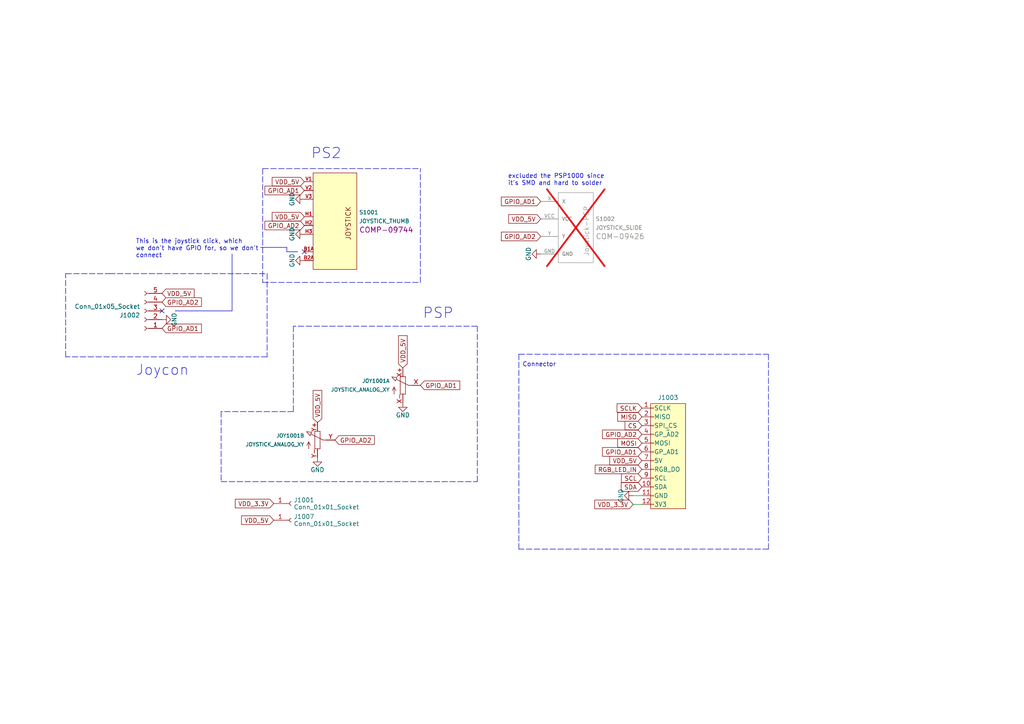
<source format=kicad_sch>
(kicad_sch (version 20230121) (generator eeschema)

  (uuid e63e39d7-6ac0-4ffd-8aa3-1841a4541b55)

  (paper "A4")

  (title_block
    (company "bastard keyboards")
    (comment 4 "Copyright Quentin Lebastard")
  )

  (lib_symbols
    (symbol "Connector:Conn_01x01_Socket" (pin_names (offset 1.016) hide) (in_bom yes) (on_board yes)
      (property "Reference" "J" (at 0 2.54 0)
        (effects (font (size 1.27 1.27)))
      )
      (property "Value" "Conn_01x01_Socket" (at 0 -2.54 0)
        (effects (font (size 1.27 1.27)))
      )
      (property "Footprint" "" (at 0 0 0)
        (effects (font (size 1.27 1.27)) hide)
      )
      (property "Datasheet" "~" (at 0 0 0)
        (effects (font (size 1.27 1.27)) hide)
      )
      (property "ki_locked" "" (at 0 0 0)
        (effects (font (size 1.27 1.27)))
      )
      (property "ki_keywords" "connector" (at 0 0 0)
        (effects (font (size 1.27 1.27)) hide)
      )
      (property "ki_description" "Generic connector, single row, 01x01, script generated" (at 0 0 0)
        (effects (font (size 1.27 1.27)) hide)
      )
      (property "ki_fp_filters" "Connector*:*_1x??_*" (at 0 0 0)
        (effects (font (size 1.27 1.27)) hide)
      )
      (symbol "Conn_01x01_Socket_1_1"
        (polyline
          (pts
            (xy -1.27 0)
            (xy -0.508 0)
          )
          (stroke (width 0.1524) (type default))
          (fill (type none))
        )
        (arc (start 0 0.508) (mid -0.5058 0) (end 0 -0.508)
          (stroke (width 0.1524) (type default))
          (fill (type none))
        )
        (pin passive line (at -5.08 0 0) (length 3.81)
          (name "Pin_1" (effects (font (size 1.27 1.27))))
          (number "1" (effects (font (size 1.27 1.27))))
        )
      )
    )
    (symbol "Connector:Conn_01x05_Socket" (pin_names (offset 1.016) hide) (in_bom yes) (on_board yes)
      (property "Reference" "J" (at 0 7.62 0)
        (effects (font (size 1.27 1.27)))
      )
      (property "Value" "Conn_01x05_Socket" (at 0 -7.62 0)
        (effects (font (size 1.27 1.27)))
      )
      (property "Footprint" "" (at 0 0 0)
        (effects (font (size 1.27 1.27)) hide)
      )
      (property "Datasheet" "~" (at 0 0 0)
        (effects (font (size 1.27 1.27)) hide)
      )
      (property "ki_locked" "" (at 0 0 0)
        (effects (font (size 1.27 1.27)))
      )
      (property "ki_keywords" "connector" (at 0 0 0)
        (effects (font (size 1.27 1.27)) hide)
      )
      (property "ki_description" "Generic connector, single row, 01x05, script generated" (at 0 0 0)
        (effects (font (size 1.27 1.27)) hide)
      )
      (property "ki_fp_filters" "Connector*:*_1x??_*" (at 0 0 0)
        (effects (font (size 1.27 1.27)) hide)
      )
      (symbol "Conn_01x05_Socket_1_1"
        (arc (start 0 -4.572) (mid -0.5058 -5.08) (end 0 -5.588)
          (stroke (width 0.1524) (type default))
          (fill (type none))
        )
        (arc (start 0 -2.032) (mid -0.5058 -2.54) (end 0 -3.048)
          (stroke (width 0.1524) (type default))
          (fill (type none))
        )
        (polyline
          (pts
            (xy -1.27 -5.08)
            (xy -0.508 -5.08)
          )
          (stroke (width 0.1524) (type default))
          (fill (type none))
        )
        (polyline
          (pts
            (xy -1.27 -2.54)
            (xy -0.508 -2.54)
          )
          (stroke (width 0.1524) (type default))
          (fill (type none))
        )
        (polyline
          (pts
            (xy -1.27 0)
            (xy -0.508 0)
          )
          (stroke (width 0.1524) (type default))
          (fill (type none))
        )
        (polyline
          (pts
            (xy -1.27 2.54)
            (xy -0.508 2.54)
          )
          (stroke (width 0.1524) (type default))
          (fill (type none))
        )
        (polyline
          (pts
            (xy -1.27 5.08)
            (xy -0.508 5.08)
          )
          (stroke (width 0.1524) (type default))
          (fill (type none))
        )
        (arc (start 0 0.508) (mid -0.5058 0) (end 0 -0.508)
          (stroke (width 0.1524) (type default))
          (fill (type none))
        )
        (arc (start 0 3.048) (mid -0.5058 2.54) (end 0 2.032)
          (stroke (width 0.1524) (type default))
          (fill (type none))
        )
        (arc (start 0 5.588) (mid -0.5058 5.08) (end 0 4.572)
          (stroke (width 0.1524) (type default))
          (fill (type none))
        )
        (pin passive line (at -5.08 5.08 0) (length 3.81)
          (name "Pin_1" (effects (font (size 1.27 1.27))))
          (number "1" (effects (font (size 1.27 1.27))))
        )
        (pin passive line (at -5.08 2.54 0) (length 3.81)
          (name "Pin_2" (effects (font (size 1.27 1.27))))
          (number "2" (effects (font (size 1.27 1.27))))
        )
        (pin passive line (at -5.08 0 0) (length 3.81)
          (name "Pin_3" (effects (font (size 1.27 1.27))))
          (number "3" (effects (font (size 1.27 1.27))))
        )
        (pin passive line (at -5.08 -2.54 0) (length 3.81)
          (name "Pin_4" (effects (font (size 1.27 1.27))))
          (number "4" (effects (font (size 1.27 1.27))))
        )
        (pin passive line (at -5.08 -5.08 0) (length 3.81)
          (name "Pin_5" (effects (font (size 1.27 1.27))))
          (number "5" (effects (font (size 1.27 1.27))))
        )
      )
    )
    (symbol "joystick_analog_xy:JOYSTICK_ANALOG_XY" (pin_names (offset 1.016)) (in_bom yes) (on_board yes)
      (property "Reference" "JOY" (at -5.969 -3.81 90)
        (effects (font (size 1.0668 1.0668)) (justify left bottom))
      )
      (property "Value" "JOYSTICK_ANALOG_XY" (at -3.81 -3.81 90)
        (effects (font (size 1.0668 1.0668)) (justify left bottom))
      )
      (property "Footprint" "" (at 0 0 0)
        (effects (font (size 1.27 1.27)) hide)
      )
      (property "Datasheet" "" (at 0 0 0)
        (effects (font (size 1.27 1.27)) hide)
      )
      (property "ki_locked" "" (at 0 0 0)
        (effects (font (size 1.27 1.27)))
      )
      (symbol "JOYSTICK_ANALOG_XY_1_0"
        (polyline
          (pts
            (xy -3.175 2.4384)
            (xy -1.7018 2.2352)
          )
          (stroke (width 0) (type solid))
          (fill (type none))
        )
        (polyline
          (pts
            (xy -2.54 -2.54)
            (xy -2.54 -0.508)
          )
          (stroke (width 0) (type solid))
          (fill (type none))
        )
        (polyline
          (pts
            (xy -2.54 -0.508)
            (xy -3.048 -1.524)
          )
          (stroke (width 0) (type solid))
          (fill (type none))
        )
        (polyline
          (pts
            (xy -2.54 -0.508)
            (xy -2.032 -1.524)
          )
          (stroke (width 0) (type solid))
          (fill (type none))
        )
        (polyline
          (pts
            (xy -2.159 1.27)
            (xy -3.175 2.4384)
          )
          (stroke (width 0) (type solid))
          (fill (type none))
        )
        (polyline
          (pts
            (xy -2.159 1.27)
            (xy -1.7018 2.2352)
          )
          (stroke (width 0) (type solid))
          (fill (type none))
        )
        (polyline
          (pts
            (xy -0.762 -2.54)
            (xy 0.762 -2.54)
          )
          (stroke (width 0) (type solid))
          (fill (type none))
        )
        (polyline
          (pts
            (xy -0.762 2.54)
            (xy -0.762 -2.54)
          )
          (stroke (width 0) (type solid))
          (fill (type none))
        )
        (polyline
          (pts
            (xy 0.762 -2.54)
            (xy 0.762 2.54)
          )
          (stroke (width 0) (type solid))
          (fill (type none))
        )
        (polyline
          (pts
            (xy 0.762 2.54)
            (xy -0.762 2.54)
          )
          (stroke (width 0) (type solid))
          (fill (type none))
        )
        (polyline
          (pts
            (xy 1.651 0)
            (xy -1.8796 1.7526)
          )
          (stroke (width 0) (type solid))
          (fill (type none))
        )
        (polyline
          (pts
            (xy 2.54 0)
            (xy 1.651 0)
          )
          (stroke (width 0) (type solid))
          (fill (type none))
        )
        (pin passive line (at 5.08 0 180) (length 2.54)
          (name "S" (effects (font (size 0 0))))
          (number "X" (effects (font (size 1.27 1.27))))
        )
        (pin passive line (at 0 5.08 270) (length 2.54)
          (name "E" (effects (font (size 0 0))))
          (number "X+" (effects (font (size 1.27 1.27))))
        )
        (pin passive line (at 0 -5.08 90) (length 2.54)
          (name "A" (effects (font (size 0 0))))
          (number "X-" (effects (font (size 1.27 1.27))))
        )
      )
      (symbol "JOYSTICK_ANALOG_XY_2_0"
        (polyline
          (pts
            (xy -3.175 2.4384)
            (xy -1.7018 2.2352)
          )
          (stroke (width 0) (type solid))
          (fill (type none))
        )
        (polyline
          (pts
            (xy -2.54 -2.54)
            (xy -2.54 -0.508)
          )
          (stroke (width 0) (type solid))
          (fill (type none))
        )
        (polyline
          (pts
            (xy -2.54 -0.508)
            (xy -3.048 -1.524)
          )
          (stroke (width 0) (type solid))
          (fill (type none))
        )
        (polyline
          (pts
            (xy -2.54 -0.508)
            (xy -2.032 -1.524)
          )
          (stroke (width 0) (type solid))
          (fill (type none))
        )
        (polyline
          (pts
            (xy -2.159 1.27)
            (xy -3.175 2.4384)
          )
          (stroke (width 0) (type solid))
          (fill (type none))
        )
        (polyline
          (pts
            (xy -2.159 1.27)
            (xy -1.7018 2.2352)
          )
          (stroke (width 0) (type solid))
          (fill (type none))
        )
        (polyline
          (pts
            (xy -0.762 -2.54)
            (xy 0.762 -2.54)
          )
          (stroke (width 0) (type solid))
          (fill (type none))
        )
        (polyline
          (pts
            (xy -0.762 2.54)
            (xy -0.762 -2.54)
          )
          (stroke (width 0) (type solid))
          (fill (type none))
        )
        (polyline
          (pts
            (xy 0.762 -2.54)
            (xy 0.762 2.54)
          )
          (stroke (width 0) (type solid))
          (fill (type none))
        )
        (polyline
          (pts
            (xy 0.762 2.54)
            (xy -0.762 2.54)
          )
          (stroke (width 0) (type solid))
          (fill (type none))
        )
        (polyline
          (pts
            (xy 1.651 0)
            (xy -1.8796 1.7526)
          )
          (stroke (width 0) (type solid))
          (fill (type none))
        )
        (polyline
          (pts
            (xy 2.54 0)
            (xy 1.651 0)
          )
          (stroke (width 0) (type solid))
          (fill (type none))
        )
        (pin passive line (at 5.08 0 180) (length 2.54)
          (name "S" (effects (font (size 0 0))))
          (number "Y" (effects (font (size 1.27 1.27))))
        )
        (pin passive line (at 0 5.08 270) (length 2.54)
          (name "E" (effects (font (size 0 0))))
          (number "Y+" (effects (font (size 1.27 1.27))))
        )
        (pin passive line (at 0 -5.08 90) (length 2.54)
          (name "A" (effects (font (size 0 0))))
          (number "Y-" (effects (font (size 1.27 1.27))))
        )
      )
    )
    (symbol "power:GND" (power) (pin_names (offset 0)) (in_bom yes) (on_board yes)
      (property "Reference" "#PWR" (at 0 -6.35 0)
        (effects (font (size 1.27 1.27)) hide)
      )
      (property "Value" "GND" (at 0 -3.81 0)
        (effects (font (size 1.27 1.27)))
      )
      (property "Footprint" "" (at 0 0 0)
        (effects (font (size 1.27 1.27)) hide)
      )
      (property "Datasheet" "" (at 0 0 0)
        (effects (font (size 1.27 1.27)) hide)
      )
      (property "ki_keywords" "power-flag" (at 0 0 0)
        (effects (font (size 1.27 1.27)) hide)
      )
      (property "ki_description" "Power symbol creates a global label with name \"GND\" , ground" (at 0 0 0)
        (effects (font (size 1.27 1.27)) hide)
      )
      (symbol "GND_0_1"
        (polyline
          (pts
            (xy 0 0)
            (xy 0 -1.27)
            (xy 1.27 -1.27)
            (xy 0 -2.54)
            (xy -1.27 -1.27)
            (xy 0 -1.27)
          )
          (stroke (width 0) (type default))
          (fill (type none))
        )
      )
      (symbol "GND_1_1"
        (pin power_in line (at 0 0 270) (length 0) hide
          (name "GND" (effects (font (size 1.27 1.27))))
          (number "1" (effects (font (size 1.27 1.27))))
        )
      )
    )
    (symbol "sparkfun_9032_joystick_thumb:JOYSTICK_THUMB" (pin_names (offset 1.016) hide) (in_bom yes) (on_board yes)
      (property "Reference" "S" (at -6.35 13.97 0)
        (effects (font (size 1.143 1.143)) (justify left bottom))
      )
      (property "Value" "JOYSTICK_THUMB" (at -6.35 -17.78 0)
        (effects (font (size 1.143 1.143)) (justify left bottom))
      )
      (property "Footprint" "JOYSTICK" (at 0 16.51 0)
        (effects (font (size 0.508 0.508)) hide)
      )
      (property "Datasheet" "" (at 0 0 0)
        (effects (font (size 1.27 1.27)) hide)
      )
      (property "Field4" "COMP-09744" (at 0 17.78 0)
        (effects (font (size 1.524 1.524)))
      )
      (property "ki_locked" "" (at 0 0 0)
        (effects (font (size 1.27 1.27)))
      )
      (property "ki_keywords" "PROD_ID:COMP-09744" (at 0 0 0)
        (effects (font (size 1.27 1.27)) hide)
      )
      (property "ki_description" "Analog Thumb Joystick This is a joystick very similar to the  analog  joysticks on PS2 (PlayStation 2) controllers. Directional movements are simply two potentiometers - one for each axis. Pots are ~10k each. This joystick also has a select button that is actuated when the joystick is pressed down. <h4>SparkFun Products</h4><ul><li><a href=\"https://www.sparkfun.com/products/9032\">Thumb Joystick</a> (COM-09032)</li><li><a href=\"https://www.sparkfun.com/products/9110\">SparkFun Thumb Joystick Breakout</a> (BOB-09110)</li><li><a href=\"https://www.sparkfun.com/products/9760\">SparkFun Joystick Shield Kit</a> (DEV-09760)</li></ul>" (at 0 0 0)
        (effects (font (size 1.27 1.27)) hide)
      )
      (property "ki_fp_filters" "*JOYSTICK*" (at 0 0 0)
        (effects (font (size 1.27 1.27)) hide)
      )
      (symbol "JOYSTICK_THUMB_1_0"
        (text "JOYSTICK" (at 3.8608 -1.905 900)
          (effects (font (size 1.4224 1.4224)))
        )
      )
      (symbol "JOYSTICK_THUMB_1_1"
        (polyline
          (pts
            (xy -6.35 12.7)
            (xy 6.35 12.7)
            (xy 6.35 -15.24)
            (xy -6.35 -15.24)
            (xy -6.35 12.7)
          )
          (stroke (width 0) (type solid))
          (fill (type background))
        )
        (pin bidirectional line (at -8.89 -10.16 0) (length 2.54)
          (name "SEL+" (effects (font (size 1.016 1.016))))
          (number "B1A" (effects (font (size 1.016 1.016))))
        )
        (pin bidirectional line (at -8.89 -12.7 0) (length 2.54)
          (name "SEL-" (effects (font (size 1.016 1.016))))
          (number "B2A" (effects (font (size 1.016 1.016))))
        )
        (pin bidirectional line (at -8.89 0 0) (length 2.54)
          (name "H+" (effects (font (size 1.016 1.016))))
          (number "H1" (effects (font (size 1.016 1.016))))
        )
        (pin bidirectional line (at -8.89 -2.54 0) (length 2.54)
          (name "H" (effects (font (size 1.016 1.016))))
          (number "H2" (effects (font (size 1.016 1.016))))
        )
        (pin bidirectional line (at -8.89 -5.08 0) (length 2.54)
          (name "H-" (effects (font (size 1.016 1.016))))
          (number "H3" (effects (font (size 1.016 1.016))))
        )
        (pin bidirectional line (at -8.89 10.16 0) (length 2.54)
          (name "V+" (effects (font (size 1.016 1.016))))
          (number "V1" (effects (font (size 1.016 1.016))))
        )
        (pin bidirectional line (at -8.89 7.62 0) (length 2.54)
          (name "V" (effects (font (size 1.016 1.016))))
          (number "V2" (effects (font (size 1.016 1.016))))
        )
        (pin bidirectional line (at -8.89 5.08 0) (length 2.54)
          (name "V-" (effects (font (size 1.016 1.016))))
          (number "V3" (effects (font (size 1.016 1.016))))
        )
      )
    )
    (symbol "sparkfun_9426_joystick_psp1000:JOYSTICK_SLIDE" (pin_names (offset 1.016)) (in_bom yes) (on_board yes)
      (property "Reference" "S" (at -5.08 13.97 0)
        (effects (font (size 1.143 1.143)) (justify left bottom))
      )
      (property "Value" "JOYSTICK_SLIDE" (at -5.08 -10.16 0)
        (effects (font (size 1.143 1.143)) (justify left bottom))
      )
      (property "Footprint" "JOYSTICK-PSP1000" (at 0 16.51 0)
        (effects (font (size 0.508 0.508)) hide)
      )
      (property "Datasheet" "" (at 0 0 0)
        (effects (font (size 1.27 1.27)) hide)
      )
      (property "Field4" "COM-09426" (at 0 17.78 0)
        (effects (font (size 1.524 1.524)))
      )
      (property "ki_locked" "" (at 0 0 0)
        (effects (font (size 1.27 1.27)))
      )
      (property "ki_keywords" "PROD_ID:COM-09426" (at 0 0 0)
        (effects (font (size 1.27 1.27)) hide)
      )
      (property "ki_description" "Resistive Thumb Slide Joystick This is a resistive analog joystick, very similar to those found on the PSP1000. These compact joysticks are different in that they have a very interesting  slide  feeling. <h4>SparkFun Products</h4><ul><li><a href=\"https://www.sparkfun.com/products/9426\">Thumb Slide Joystick</a> (COM-09426)</li></ul>" (at 0 0 0)
        (effects (font (size 1.27 1.27)) hide)
      )
      (property "ki_fp_filters" "*JOYSTICK-PSP1000*" (at 0 0 0)
        (effects (font (size 1.27 1.27)) hide)
      )
      (symbol "JOYSTICK_SLIDE_1_0"
        (polyline
          (pts
            (xy -5.08 -7.62)
            (xy 5.08 -7.62)
          )
          (stroke (width 0) (type solid))
          (fill (type none))
        )
        (polyline
          (pts
            (xy -5.08 12.7)
            (xy -5.08 -7.62)
          )
          (stroke (width 0) (type solid))
          (fill (type none))
        )
        (polyline
          (pts
            (xy 5.08 12.7)
            (xy -5.08 12.7)
          )
          (stroke (width 0) (type solid))
          (fill (type none))
        )
        (polyline
          (pts
            (xy 5.08 12.7)
            (xy 5.08 -7.62)
          )
          (stroke (width 0) (type solid))
          (fill (type none))
        )
        (text "Joystick-PSP" (at 3.0988 1.6002 900)
          (effects (font (size 1.4224 1.4224)))
        )
      )
      (symbol "JOYSTICK_SLIDE_1_1"
        (pin bidirectional line (at -10.16 -5.08 0) (length 5.08)
          (name "GND" (effects (font (size 1.016 1.016))))
          (number "GND" (effects (font (size 1.016 1.016))))
        )
        (pin bidirectional line (at -10.16 5.08 0) (length 5.08)
          (name "VCC" (effects (font (size 1.016 1.016))))
          (number "VCC" (effects (font (size 1.016 1.016))))
        )
        (pin bidirectional line (at -10.16 10.16 0) (length 5.08)
          (name "X" (effects (font (size 1.016 1.016))))
          (number "X" (effects (font (size 1.016 1.016))))
        )
        (pin bidirectional line (at -10.16 0 0) (length 5.08)
          (name "Y" (effects (font (size 1.016 1.016))))
          (number "Y" (effects (font (size 1.016 1.016))))
        )
      )
    )
    (symbol "vik:vik-module-connector" (pin_names (offset 1)) (in_bom yes) (on_board yes)
      (property "Reference" "J" (at 0 15.875 0)
        (effects (font (size 1.27 1.27)))
      )
      (property "Value" "vik-module-connector" (at 0 -17.78 0)
        (effects (font (size 1.27 1.27)) hide)
      )
      (property "Footprint" "" (at 0 6.35 0)
        (effects (font (size 1.27 1.27)) hide)
      )
      (property "Datasheet" "" (at 0 6.35 0)
        (effects (font (size 1.27 1.27)) hide)
      )
      (symbol "vik-module-connector_1_1"
        (rectangle (start -5.08 13.97) (end 5.08 -16.51)
          (stroke (width 0) (type default))
          (fill (type background))
        )
        (rectangle (start -5.0546 -15.113) (end -4.191 -15.367)
          (stroke (width 0.1) (type default))
          (fill (type none))
        )
        (rectangle (start -5.0546 -12.573) (end -4.191 -12.827)
          (stroke (width 0.1) (type default))
          (fill (type none))
        )
        (rectangle (start -5.0546 -10.033) (end -4.191 -10.287)
          (stroke (width 0.1) (type default))
          (fill (type none))
        )
        (rectangle (start -5.0546 -7.493) (end -4.191 -7.747)
          (stroke (width 0.1) (type default))
          (fill (type none))
        )
        (rectangle (start -5.0546 -4.953) (end -4.191 -5.207)
          (stroke (width 0.1) (type default))
          (fill (type none))
        )
        (rectangle (start -5.0546 -2.413) (end -4.191 -2.667)
          (stroke (width 0.1) (type default))
          (fill (type none))
        )
        (rectangle (start -5.0546 0.127) (end -4.191 -0.127)
          (stroke (width 0.1) (type default))
          (fill (type none))
        )
        (rectangle (start -5.0546 2.667) (end -4.191 2.413)
          (stroke (width 0.1) (type default))
          (fill (type none))
        )
        (rectangle (start -5.0546 5.207) (end -4.191 4.953)
          (stroke (width 0.1) (type default))
          (fill (type none))
        )
        (rectangle (start -5.0546 7.747) (end -4.191 7.493)
          (stroke (width 0.1) (type default))
          (fill (type none))
        )
        (rectangle (start -5.0546 10.287) (end -4.191 10.033)
          (stroke (width 0.1) (type default))
          (fill (type none))
        )
        (rectangle (start -5.0546 12.827) (end -4.191 12.573)
          (stroke (width 0.1) (type default))
          (fill (type none))
        )
        (pin output line (at -7.62 12.7 0) (length 2.54)
          (name "SCLK" (effects (font (size 1.27 1.27))))
          (number "1" (effects (font (size 1.27 1.27))))
        )
        (pin bidirectional line (at -7.62 -10.16 0) (length 2.54)
          (name "SDA" (effects (font (size 1.27 1.27))))
          (number "10" (effects (font (size 1.27 1.27))))
        )
        (pin power_out line (at -7.62 -12.7 0) (length 2.54)
          (name "GND" (effects (font (size 1.27 1.27))))
          (number "11" (effects (font (size 1.27 1.27))))
        )
        (pin power_out line (at -7.62 -15.24 0) (length 2.54)
          (name "3V3" (effects (font (size 1.27 1.27))))
          (number "12" (effects (font (size 1.27 1.27))))
        )
        (pin tri_state line (at -7.62 10.16 0) (length 2.54)
          (name "MISO" (effects (font (size 1.27 1.27))))
          (number "2" (effects (font (size 1.27 1.27))))
        )
        (pin output line (at -7.62 7.62 0) (length 2.54)
          (name "SPI_CS" (effects (font (size 1.27 1.27))))
          (number "3" (effects (font (size 1.27 1.27))))
        )
        (pin bidirectional line (at -7.62 5.08 0) (length 2.54)
          (name "GP_AD2" (effects (font (size 1.27 1.27))))
          (number "4" (effects (font (size 1.27 1.27))))
        )
        (pin output line (at -7.62 2.54 0) (length 2.54)
          (name "MOSI" (effects (font (size 1.27 1.27))))
          (number "5" (effects (font (size 1.27 1.27))))
        )
        (pin bidirectional line (at -7.62 0 0) (length 2.54)
          (name "GP_AD1" (effects (font (size 1.27 1.27))))
          (number "6" (effects (font (size 1.27 1.27))))
        )
        (pin power_out line (at -7.62 -2.54 0) (length 2.54)
          (name "5V" (effects (font (size 1.27 1.27))))
          (number "7" (effects (font (size 1.27 1.27))))
        )
        (pin output line (at -7.62 -5.08 0) (length 2.54)
          (name "RGB_DO" (effects (font (size 1.27 1.27))))
          (number "8" (effects (font (size 1.27 1.27))))
        )
        (pin bidirectional line (at -7.62 -7.62 0) (length 2.54)
          (name "SCL" (effects (font (size 1.27 1.27))))
          (number "9" (effects (font (size 1.27 1.27))))
        )
      )
    )
  )


  (no_connect (at 88.265 73.025) (uuid 576010ab-8d02-4b1a-8e72-0b03ab2f7060))
  (no_connect (at 46.99 90.17) (uuid f6a4ea61-4cc0-489a-aec8-ffdc1a2ba675))

  (polyline (pts (xy 150.495 102.743) (xy 150.495 159.258))
    (stroke (width 0) (type dash))
    (uuid 00c285f6-e591-4626-9110-96a3569f6751)
  )
  (polyline (pts (xy 76.2 48.895) (xy 121.92 48.895))
    (stroke (width 0) (type dash))
    (uuid 135702ca-565f-4f7d-81f8-3536bdaa9cb8)
  )
  (polyline (pts (xy 85.09 94.615) (xy 85.09 101.6))
    (stroke (width 0) (type dash))
    (uuid 1f4678fd-6760-4656-87ea-0ef6526ef2e8)
  )
  (polyline (pts (xy 64.135 119.38) (xy 64.135 139.7))
    (stroke (width 0) (type dash))
    (uuid 26d6e5ef-53c1-411a-846a-6e9265886445)
  )
  (polyline (pts (xy 76.2 48.895) (xy 76.2 81.915))
    (stroke (width 0) (type dash))
    (uuid 2cd4e03c-6f9b-4005-a145-d886e7cbe631)
  )
  (polyline (pts (xy 138.43 139.7) (xy 138.43 94.615))
    (stroke (width 0) (type dash))
    (uuid 2d67acf8-3d11-4c51-adf3-872e9a0246cb)
  )
  (polyline (pts (xy 222.885 159.258) (xy 150.495 159.258))
    (stroke (width 0) (type dash))
    (uuid 2f2e6293-c29d-4732-91e6-ddebe6cdb18b)
  )

  (wire (pts (xy 183.642 143.764) (xy 186.182 143.764))
    (stroke (width 0) (type default))
    (uuid 3820dd30-8364-4ae9-b11c-414776fec37e)
  )
  (polyline (pts (xy 50.8 90.17) (xy 67.31 90.17))
    (stroke (width 0) (type default))
    (uuid 3862688b-ddf5-4ca7-9317-c51f674c6a1c)
  )
  (polyline (pts (xy 222.885 102.743) (xy 222.885 159.258))
    (stroke (width 0) (type dash))
    (uuid 40762a3e-5211-419b-8ce4-8bdf1c17b6c7)
  )
  (polyline (pts (xy 67.31 73.66) (xy 67.31 90.17))
    (stroke (width 0) (type default))
    (uuid 48af5a86-1d00-4ac7-b734-c9080e34089e)
  )
  (polyline (pts (xy 138.43 94.615) (xy 85.09 94.615))
    (stroke (width 0) (type dash))
    (uuid 4a88d93c-fec6-4ee0-abe3-bf82f7200ffb)
  )
  (polyline (pts (xy 77.47 79.375) (xy 77.47 103.505))
    (stroke (width 0) (type dash))
    (uuid 4e53ed1d-9edd-48e6-bf95-8d0fdf6fc9e9)
  )
  (polyline (pts (xy 19.05 103.505) (xy 19.05 79.375))
    (stroke (width 0) (type dash))
    (uuid 5b5280ad-c5ca-4f6f-a126-70b331a3c5f2)
  )
  (polyline (pts (xy 31.75 79.375) (xy 77.47 79.375))
    (stroke (width 0) (type dash))
    (uuid 7afaa8d2-aee2-4f87-976a-78ff9c7aca5c)
  )
  (polyline (pts (xy 85.09 119.38) (xy 64.135 119.38))
    (stroke (width 0) (type dash))
    (uuid 7d310b46-1105-43c1-a16a-a684eb75b828)
  )
  (polyline (pts (xy 77.47 103.505) (xy 19.05 103.505))
    (stroke (width 0) (type dash))
    (uuid 84ecd2a0-52b8-4f70-b0b2-3cb26ffd63a4)
  )
  (polyline (pts (xy 76.2 81.915) (xy 121.92 81.915))
    (stroke (width 0) (type dash))
    (uuid 8ac7412f-7ada-44da-b57b-cd98feff2eba)
  )
  (polyline (pts (xy 64.135 139.7) (xy 138.43 139.7))
    (stroke (width 0) (type dash))
    (uuid 92e1e16c-727b-460d-9bf0-8b0e18aa2a2a)
  )
  (polyline (pts (xy 150.495 102.743) (xy 222.885 102.743))
    (stroke (width 0) (type dash))
    (uuid 956e5f31-8566-436c-96a4-e6c9913f7062)
  )

  (wire (pts (xy 183.642 146.304) (xy 186.182 146.304))
    (stroke (width 0) (type default))
    (uuid b4e306e9-6f32-4a99-a58d-07d594ce60de)
  )
  (polyline (pts (xy 19.05 79.375) (xy 31.75 79.375))
    (stroke (width 0) (type dash))
    (uuid d6f59ab1-489c-4e5f-8082-a26daccab3b6)
  )
  (polyline (pts (xy 83.185 73.025) (xy 86.36 73.025))
    (stroke (width 0) (type default))
    (uuid de2c1da9-5d07-436a-8124-4b9de6a280b7)
  )
  (polyline (pts (xy 83.185 71.755) (xy 83.185 73.025))
    (stroke (width 0) (type default))
    (uuid e04822d5-c2dd-4562-ad81-a2a4b6d9c427)
  )
  (polyline (pts (xy 121.92 81.915) (xy 121.92 48.895))
    (stroke (width 0) (type dash))
    (uuid ed4018f7-7cc2-4860-a59c-12e307df73d3)
  )
  (polyline (pts (xy 85.09 101.6) (xy 85.09 119.38))
    (stroke (width 0) (type dash))
    (uuid ee1aa7a3-2697-4473-9e09-fa9615d65b80)
  )
  (polyline (pts (xy 75.565 71.755) (xy 83.185 71.755))
    (stroke (width 0) (type default))
    (uuid f53efda3-0e18-405e-be0a-35daad4d5fdb)
  )

  (text "PS2" (at 90.17 46.355 0)
    (effects (font (size 3 3)) (justify left bottom))
    (uuid 0484b95d-a29d-446c-b2dc-c5af386a39fa)
  )
  (text "PSP" (at 122.555 92.71 0)
    (effects (font (size 3 3)) (justify left bottom))
    (uuid 1cb76ea2-7fe0-4353-8e43-13d7459d6ee6)
  )
  (text "Joycon" (at 39.37 109.22 0)
    (effects (font (size 3 3)) (justify left bottom))
    (uuid 866275c2-2ba9-4804-a021-800c84ad8238)
  )
  (text "excluded the PSP1000 since\nit's SMD and hard to solder"
    (at 147.32 53.975 0)
    (effects (font (size 1.27 1.27)) (justify left bottom))
    (uuid b4732a63-a5c3-413b-9df3-9c79161fe6d5)
  )
  (text "This is the joystick click, which\nwe don't have GPIO for, so we don't\nconnect"
    (at 39.37 74.93 0)
    (effects (font (size 1.27 1.27)) (justify left bottom))
    (uuid c54ef68d-e253-475e-b3df-daa421f6a4f6)
  )
  (text "Connector" (at 161.29 106.553 0)
    (effects (font (size 1.27 1.27)) (justify right bottom))
    (uuid d11069ff-9090-4796-bb65-c719f7867229)
  )

  (global_label "GPIO_AD1" (shape input) (at 88.265 55.245 180)
    (effects (font (size 1.27 1.27)) (justify right))
    (uuid 01c979c4-80c7-4624-a649-451bcb3bec62)
    (property "Intersheetrefs" "${INTERSHEET_REFS}" (at 182.245 193.675 0)
      (effects (font (size 1.27 1.27)) hide)
    )
  )
  (global_label "GPIO_AD2" (shape input) (at 97.155 127.635 0)
    (effects (font (size 1.27 1.27)) (justify left))
    (uuid 06164995-0b06-4a0f-b4eb-5e63d1fbaeec)
    (property "Intersheetrefs" "${INTERSHEET_REFS}" (at 3.175 -10.795 0)
      (effects (font (size 1.27 1.27)) hide)
    )
  )
  (global_label "RGB_LED_IN" (shape input) (at 186.182 136.144 180)
    (effects (font (size 1.27 1.27)) (justify right))
    (uuid 0f1ce473-e63e-4ea9-86b6-ffa27ba99b5f)
    (property "Intersheetrefs" "${INTERSHEET_REFS}" (at 280.162 274.574 0)
      (effects (font (size 1.27 1.27)) hide)
    )
  )
  (global_label "VDD_5V" (shape input) (at 79.375 150.876 180)
    (effects (font (size 1.27 1.27)) (justify right))
    (uuid 18dc6252-51ee-41b7-8026-2ccf60852622)
    (property "Intersheetrefs" "${INTERSHEET_REFS}" (at 173.355 289.306 0)
      (effects (font (size 1.27 1.27)) hide)
    )
  )
  (global_label "GPIO_AD1" (shape input) (at 121.92 111.76 0)
    (effects (font (size 1.27 1.27)) (justify left))
    (uuid 1b530c35-1c10-47f5-a24f-79592e32e88e)
    (property "Intersheetrefs" "${INTERSHEET_REFS}" (at 27.94 -26.67 0)
      (effects (font (size 1.27 1.27)) hide)
    )
  )
  (global_label "GPIO_AD2" (shape input) (at 186.182 125.984 180)
    (effects (font (size 1.27 1.27)) (justify right))
    (uuid 20c634a4-0a44-4124-aa6f-b077bb0964c9)
    (property "Intersheetrefs" "${INTERSHEET_REFS}" (at 280.162 264.414 0)
      (effects (font (size 1.27 1.27)) hide)
    )
  )
  (global_label "VDD_5V" (shape input) (at 88.265 62.865 180)
    (effects (font (size 1.27 1.27)) (justify right))
    (uuid 264795e1-684b-4ade-8545-71b32a916979)
    (property "Intersheetrefs" "${INTERSHEET_REFS}" (at 182.245 201.295 0)
      (effects (font (size 1.27 1.27)) hide)
    )
  )
  (global_label "VDD_3.3V" (shape input) (at 79.375 146.05 180)
    (effects (font (size 1.27 1.27)) (justify right))
    (uuid 2bc6f97c-29ad-4cfa-91df-9df45f0ae3f7)
    (property "Intersheetrefs" "${INTERSHEET_REFS}" (at 68.2533 146.1294 0)
      (effects (font (size 1.27 1.27)) (justify right) hide)
    )
  )
  (global_label "CS" (shape input) (at 186.182 123.444 180)
    (effects (font (size 1.27 1.27)) (justify right))
    (uuid 317a28ca-23fa-43c5-a7c6-2d385ff166dc)
    (property "Intersheetrefs" "${INTERSHEET_REFS}" (at 179.9589 123.5234 0)
      (effects (font (size 1.27 1.27)) (justify right) hide)
    )
  )
  (global_label "VDD_5V" (shape input) (at 88.265 52.705 180)
    (effects (font (size 1.27 1.27)) (justify right))
    (uuid 44cbf0a9-98ce-43e8-8479-983caaeff1ae)
    (property "Intersheetrefs" "${INTERSHEET_REFS}" (at 182.245 191.135 0)
      (effects (font (size 1.27 1.27)) hide)
    )
  )
  (global_label "GPIO_AD1" (shape input) (at 156.845 58.42 180)
    (effects (font (size 1.27 1.27)) (justify right))
    (uuid 60abf840-1bab-4263-ab9a-6174d0975fe3)
    (property "Intersheetrefs" "${INTERSHEET_REFS}" (at 250.825 196.85 0)
      (effects (font (size 1.27 1.27)) hide)
    )
  )
  (global_label "VDD_5V" (shape input) (at 46.99 85.09 0)
    (effects (font (size 1.27 1.27)) (justify left))
    (uuid 77f89b6e-79a2-4512-8f95-37f975c20994)
    (property "Intersheetrefs" "${INTERSHEET_REFS}" (at -46.99 -53.34 0)
      (effects (font (size 1.27 1.27)) hide)
    )
  )
  (global_label "GPIO_AD2" (shape input) (at 46.99 87.63 0)
    (effects (font (size 1.27 1.27)) (justify left))
    (uuid 7c512ebe-659a-48fd-9745-37b1ea39a582)
    (property "Intersheetrefs" "${INTERSHEET_REFS}" (at -46.99 -50.8 0)
      (effects (font (size 1.27 1.27)) hide)
    )
  )
  (global_label "SCLK" (shape input) (at 186.182 118.364 180)
    (effects (font (size 1.27 1.27)) (justify right))
    (uuid 7c9bd48e-942d-4227-99f3-ed572b0f6370)
    (property "Intersheetrefs" "${INTERSHEET_REFS}" (at 178.9913 118.4434 0)
      (effects (font (size 1.27 1.27)) (justify right) hide)
    )
  )
  (global_label "GPIO_AD1" (shape input) (at 186.182 131.064 180)
    (effects (font (size 1.27 1.27)) (justify right))
    (uuid 80365cdf-9b6a-46d2-868d-31411099f278)
    (property "Intersheetrefs" "${INTERSHEET_REFS}" (at 280.162 269.494 0)
      (effects (font (size 1.27 1.27)) hide)
    )
  )
  (global_label "VDD_5V" (shape input) (at 116.84 106.68 90)
    (effects (font (size 1.27 1.27)) (justify left))
    (uuid 8527e808-3800-432f-a315-0146de247bfd)
    (property "Intersheetrefs" "${INTERSHEET_REFS}" (at -21.59 200.66 0)
      (effects (font (size 1.27 1.27)) hide)
    )
  )
  (global_label "GPIO_AD2" (shape input) (at 156.845 68.58 180)
    (effects (font (size 1.27 1.27)) (justify right))
    (uuid a50952c1-6ea4-42b6-98b0-6ee93c7409fc)
    (property "Intersheetrefs" "${INTERSHEET_REFS}" (at 250.825 207.01 0)
      (effects (font (size 1.27 1.27)) hide)
    )
  )
  (global_label "VDD_5V" (shape input) (at 186.182 133.604 180)
    (effects (font (size 1.27 1.27)) (justify right))
    (uuid aacf2830-2bc2-476b-a833-9f8c0c478d2c)
    (property "Intersheetrefs" "${INTERSHEET_REFS}" (at 280.162 272.034 0)
      (effects (font (size 1.27 1.27)) hide)
    )
  )
  (global_label "GPIO_AD1" (shape input) (at 46.99 95.25 0)
    (effects (font (size 1.27 1.27)) (justify left))
    (uuid b0d83475-f989-409c-b299-08c78efcb9e4)
    (property "Intersheetrefs" "${INTERSHEET_REFS}" (at -46.99 -43.18 0)
      (effects (font (size 1.27 1.27)) hide)
    )
  )
  (global_label "SCL" (shape input) (at 186.182 138.684 180)
    (effects (font (size 1.27 1.27)) (justify right))
    (uuid b722fb71-2ca0-4aec-8d0e-b28bef3e297d)
    (property "Intersheetrefs" "${INTERSHEET_REFS}" (at 280.162 277.114 0)
      (effects (font (size 1.27 1.27)) hide)
    )
  )
  (global_label "MISO" (shape input) (at 186.182 120.904 180)
    (effects (font (size 1.27 1.27)) (justify right))
    (uuid bcb4eb3f-1308-49ed-82b8-809c7b434489)
    (property "Intersheetrefs" "${INTERSHEET_REFS}" (at 179.1727 120.8246 0)
      (effects (font (size 1.27 1.27)) (justify right) hide)
    )
  )
  (global_label "VDD_3.3V" (shape input) (at 183.642 146.304 180)
    (effects (font (size 1.27 1.27)) (justify right))
    (uuid cbed4be4-cc76-4919-a8df-f70eaae9db3c)
    (property "Intersheetrefs" "${INTERSHEET_REFS}" (at 172.5203 146.3834 0)
      (effects (font (size 1.27 1.27)) (justify right) hide)
    )
  )
  (global_label "MOSI" (shape input) (at 186.182 128.524 180)
    (effects (font (size 1.27 1.27)) (justify right))
    (uuid cd96bf17-259f-4647-939c-0388dd2e9eb7)
    (property "Intersheetrefs" "${INTERSHEET_REFS}" (at 179.1727 128.6034 0)
      (effects (font (size 1.27 1.27)) (justify right) hide)
    )
  )
  (global_label "SDA" (shape input) (at 186.182 141.224 180)
    (effects (font (size 1.27 1.27)) (justify right))
    (uuid cdd3db1d-e795-4a29-a27d-4ccad64c560d)
    (property "Intersheetrefs" "${INTERSHEET_REFS}" (at 280.162 279.654 0)
      (effects (font (size 1.27 1.27)) hide)
    )
  )
  (global_label "GPIO_AD2" (shape input) (at 88.265 65.405 180)
    (effects (font (size 1.27 1.27)) (justify right))
    (uuid e3d6a63d-5a35-45ba-a65f-7f6531d2b7e9)
    (property "Intersheetrefs" "${INTERSHEET_REFS}" (at 182.245 203.835 0)
      (effects (font (size 1.27 1.27)) hide)
    )
  )
  (global_label "VDD_5V" (shape input) (at 156.845 63.5 180)
    (effects (font (size 1.27 1.27)) (justify right))
    (uuid ebbcc327-f2e2-4e0b-85e4-2e8780448677)
    (property "Intersheetrefs" "${INTERSHEET_REFS}" (at 250.825 201.93 0)
      (effects (font (size 1.27 1.27)) hide)
    )
  )
  (global_label "VDD_5V" (shape input) (at 92.075 122.555 90)
    (effects (font (size 1.27 1.27)) (justify left))
    (uuid f53d9461-6a58-486d-aa38-99f25502b4bd)
    (property "Intersheetrefs" "${INTERSHEET_REFS}" (at -46.355 216.535 0)
      (effects (font (size 1.27 1.27)) hide)
    )
  )

  (symbol (lib_id "power:GND") (at 92.075 132.715 0) (unit 1)
    (in_bom yes) (on_board yes) (dnp no)
    (uuid 0287b724-59f9-4f93-b472-637f7e49e147)
    (property "Reference" "#PWR01002" (at 92.075 139.065 0)
      (effects (font (size 1.27 1.27)) hide)
    )
    (property "Value" "GND" (at 92.075 136.271 0)
      (effects (font (size 1.27 1.27)))
    )
    (property "Footprint" "" (at 92.075 132.715 0)
      (effects (font (size 1.27 1.27)) hide)
    )
    (property "Datasheet" "" (at 92.075 132.715 0)
      (effects (font (size 1.27 1.27)) hide)
    )
    (pin "1" (uuid 276f3894-7373-42ae-9819-76a4ee17709d))
    (instances
      (project "joysticks"
        (path "/e63e39d7-6ac0-4ffd-8aa3-1841a4541b55"
          (reference "#PWR01002") (unit 1)
        )
      )
    )
  )

  (symbol (lib_id "Connector:Conn_01x01_Socket") (at 84.455 146.05 0) (unit 1)
    (in_bom yes) (on_board yes) (dnp no) (fields_autoplaced)
    (uuid 3492e739-1921-49e8-bda8-41a585fe7b2b)
    (property "Reference" "J1001" (at 85.1662 145.026 0)
      (effects (font (size 1.27 1.27)) (justify left))
    )
    (property "Value" "Conn_01x01_Socket" (at 85.1662 147.074 0)
      (effects (font (size 1.27 1.27)) (justify left))
    )
    (property "Footprint" "Connector_Wire:SolderWire-0.5sqmm_1x01_D0.9mm_OD2.3mm" (at 84.455 146.05 0)
      (effects (font (size 1.27 1.27)) hide)
    )
    (property "Datasheet" "~" (at 84.455 146.05 0)
      (effects (font (size 1.27 1.27)) hide)
    )
    (pin "1" (uuid 8c129d77-f79c-477d-a188-413537e7a669))
    (instances
      (project "joysticks"
        (path "/e63e39d7-6ac0-4ffd-8aa3-1841a4541b55"
          (reference "J1001") (unit 1)
        )
      )
    )
  )

  (symbol (lib_id "vik:vik-module-connector") (at 193.802 131.064 0) (unit 1)
    (in_bom yes) (on_board yes) (dnp no)
    (uuid 5aa338f8-7634-447d-b5b2-e44a490de94b)
    (property "Reference" "J1003" (at 190.754 115.316 0)
      (effects (font (size 1.27 1.27)) (justify left))
    )
    (property "Value" "~" (at 193.802 124.714 0)
      (effects (font (size 1.27 1.27)))
    )
    (property "Footprint" "vik:vik-module-connector-horizontal" (at 193.802 124.714 0)
      (effects (font (size 1.27 1.27)) hide)
    )
    (property "Datasheet" "" (at 193.802 124.714 0)
      (effects (font (size 1.27 1.27)) hide)
    )
    (property "LCSC" "C2919557" (at 193.802 131.064 0)
      (effects (font (size 1.27 1.27)) hide)
    )
    (pin "1" (uuid a34aada2-1fe0-46b7-8dd8-b69fa8579826))
    (pin "10" (uuid d1fbba25-d367-49b8-a076-83dc6b1ffa47))
    (pin "11" (uuid 5c01a4fd-745b-45fd-9e6c-0493ccff6be7))
    (pin "12" (uuid 92d6f157-58be-4db9-a7ec-20d9ab556844))
    (pin "2" (uuid c5d51bc6-b3fb-4497-964f-40244371736a))
    (pin "3" (uuid d6517d4f-b9d8-48e8-a6c7-d589a1caead5))
    (pin "4" (uuid 0754d992-a23f-4ef1-ae29-a468917cdff8))
    (pin "5" (uuid f2aeaab5-b2b4-4ddb-b936-217b2595400f))
    (pin "6" (uuid 5d5a4f4b-af20-49f7-8356-61a4d95d217c))
    (pin "7" (uuid 9a3f7229-f792-4c65-9434-3e3dcd394cb8))
    (pin "8" (uuid f1868c46-f0a3-41dc-8a93-ee049ed41b56))
    (pin "9" (uuid 694d2c45-3ee2-45dc-84ef-791f1d2123fd))
    (instances
      (project "joysticks"
        (path "/e63e39d7-6ac0-4ffd-8aa3-1841a4541b55"
          (reference "J1003") (unit 1)
        )
      )
    )
  )

  (symbol (lib_id "joystick_analog_xy:JOYSTICK_ANALOG_XY") (at 116.84 111.76 0) (unit 1)
    (in_bom yes) (on_board yes) (dnp no) (fields_autoplaced)
    (uuid 5afb3c2a-7a49-49fb-9c54-ba12539fe61c)
    (property "Reference" "JOY1001" (at 113.03 110.49 0)
      (effects (font (size 1.0668 1.0668)) (justify right))
    )
    (property "Value" "JOYSTICK_ANALOG_XY" (at 113.03 113.03 0)
      (effects (font (size 1.0668 1.0668)) (justify right))
    )
    (property "Footprint" "local:joystick_analog_xy" (at 116.84 111.76 0)
      (effects (font (size 1.27 1.27)) hide)
    )
    (property "Datasheet" "" (at 116.84 111.76 0)
      (effects (font (size 1.27 1.27)) hide)
    )
    (pin "X" (uuid 613bc9ed-3363-482d-b072-679f76c05a14))
    (pin "X+" (uuid 5f3235fb-4e18-4256-834c-8aa03b185e03))
    (pin "X-" (uuid 5f3a694a-f913-4a31-ae19-e12937b283c4))
    (pin "Y" (uuid 69886c03-0cc8-4d11-ae6a-1f9acaec9961))
    (pin "Y+" (uuid fec588bb-3182-4bf2-8406-9147a28cf7aa))
    (pin "Y-" (uuid 7a7b923a-c9ec-4f50-82f2-3f088333b01d))
    (instances
      (project "joysticks"
        (path "/e63e39d7-6ac0-4ffd-8aa3-1841a4541b55"
          (reference "JOY1001") (unit 1)
        )
      )
    )
  )

  (symbol (lib_id "power:GND") (at 116.84 116.84 0) (unit 1)
    (in_bom yes) (on_board yes) (dnp no)
    (uuid 5ffed29b-ee19-4b84-b261-9b6c46354936)
    (property "Reference" "#PWR01003" (at 116.84 123.19 0)
      (effects (font (size 1.27 1.27)) hide)
    )
    (property "Value" "GND" (at 116.84 120.396 0)
      (effects (font (size 1.27 1.27)))
    )
    (property "Footprint" "" (at 116.84 116.84 0)
      (effects (font (size 1.27 1.27)) hide)
    )
    (property "Datasheet" "" (at 116.84 116.84 0)
      (effects (font (size 1.27 1.27)) hide)
    )
    (pin "1" (uuid 3037ead0-fe8e-4b21-8cb7-795121d548c0))
    (instances
      (project "joysticks"
        (path "/e63e39d7-6ac0-4ffd-8aa3-1841a4541b55"
          (reference "#PWR01003") (unit 1)
        )
      )
    )
  )

  (symbol (lib_id "power:GND") (at 88.265 57.785 270) (unit 1)
    (in_bom yes) (on_board yes) (dnp no)
    (uuid 63e604fd-d754-4e57-9eaf-55c39d725f47)
    (property "Reference" "#PWR01006" (at 81.915 57.785 0)
      (effects (font (size 1.27 1.27)) hide)
    )
    (property "Value" "GND" (at 84.709 57.785 0)
      (effects (font (size 1.27 1.27)))
    )
    (property "Footprint" "" (at 88.265 57.785 0)
      (effects (font (size 1.27 1.27)) hide)
    )
    (property "Datasheet" "" (at 88.265 57.785 0)
      (effects (font (size 1.27 1.27)) hide)
    )
    (pin "1" (uuid c6574b50-5f25-43ba-9dcb-ee311b788c49))
    (instances
      (project "joysticks"
        (path "/e63e39d7-6ac0-4ffd-8aa3-1841a4541b55"
          (reference "#PWR01006") (unit 1)
        )
      )
    )
  )

  (symbol (lib_id "power:GND") (at 183.642 143.764 270) (unit 1)
    (in_bom yes) (on_board yes) (dnp no)
    (uuid 71b6101a-c309-44c0-bd8c-1827f05fbe95)
    (property "Reference" "#PWR0101" (at 177.292 143.764 0)
      (effects (font (size 1.27 1.27)) hide)
    )
    (property "Value" "GND" (at 180.086 143.764 0)
      (effects (font (size 1.27 1.27)))
    )
    (property "Footprint" "" (at 183.642 143.764 0)
      (effects (font (size 1.27 1.27)) hide)
    )
    (property "Datasheet" "" (at 183.642 143.764 0)
      (effects (font (size 1.27 1.27)) hide)
    )
    (pin "1" (uuid 8cf6c38f-dbd5-41b5-ad1b-b51890a9a1cd))
    (instances
      (project "joysticks"
        (path "/e63e39d7-6ac0-4ffd-8aa3-1841a4541b55"
          (reference "#PWR0101") (unit 1)
        )
      )
    )
  )

  (symbol (lib_id "sparkfun_9032_joystick_thumb:JOYSTICK_THUMB") (at 97.155 62.865 0) (unit 1)
    (in_bom yes) (on_board yes) (dnp no) (fields_autoplaced)
    (uuid 85b0e8ab-1b9a-4db3-b345-be3fce01fa81)
    (property "Reference" "S1001" (at 104.14 61.595 0)
      (effects (font (size 1.143 1.143)) (justify left))
    )
    (property "Value" "JOYSTICK_THUMB" (at 104.14 64.135 0)
      (effects (font (size 1.143 1.143)) (justify left))
    )
    (property "Footprint" "local:sparkfun_9032_joystick_thumb" (at 97.155 46.355 0)
      (effects (font (size 0.508 0.508)) hide)
    )
    (property "Datasheet" "" (at 97.155 62.865 0)
      (effects (font (size 1.27 1.27)) hide)
    )
    (property "Field4" "COMP-09744" (at 104.14 66.675 0)
      (effects (font (size 1.524 1.524)) (justify left))
    )
    (pin "B1A" (uuid 2aacd8c5-7dcf-4396-b502-13cb37d4854a))
    (pin "B2A" (uuid 81740048-11da-450f-acd4-5a7e1458abe8))
    (pin "H1" (uuid a9cbcd1e-da59-4f67-af69-9cd22b4e39e6))
    (pin "H2" (uuid ae2f6d40-1d48-474a-9dd3-5436482bb074))
    (pin "H3" (uuid 0f30107f-8bc7-448d-a87c-56e583fdf5f0))
    (pin "V1" (uuid 211ceb0b-3cb1-4ba7-9338-8005fd5eda21))
    (pin "V2" (uuid 4247e913-cf49-4f31-b61a-c65a8674099f))
    (pin "V3" (uuid a1a6f77a-ea86-48ae-9e13-461a3cec8009))
    (instances
      (project "joysticks"
        (path "/e63e39d7-6ac0-4ffd-8aa3-1841a4541b55"
          (reference "S1001") (unit 1)
        )
      )
    )
  )

  (symbol (lib_id "power:GND") (at 46.99 92.71 90) (unit 1)
    (in_bom yes) (on_board yes) (dnp no)
    (uuid 8682b0c3-b9ac-4bf6-a669-97872734f164)
    (property "Reference" "#PWR01001" (at 53.34 92.71 0)
      (effects (font (size 1.27 1.27)) hide)
    )
    (property "Value" "GND" (at 50.546 92.71 0)
      (effects (font (size 1.27 1.27)))
    )
    (property "Footprint" "" (at 46.99 92.71 0)
      (effects (font (size 1.27 1.27)) hide)
    )
    (property "Datasheet" "" (at 46.99 92.71 0)
      (effects (font (size 1.27 1.27)) hide)
    )
    (pin "1" (uuid 203fb327-8599-483e-807e-a5271ea92fc1))
    (instances
      (project "joysticks"
        (path "/e63e39d7-6ac0-4ffd-8aa3-1841a4541b55"
          (reference "#PWR01001") (unit 1)
        )
      )
    )
  )

  (symbol (lib_id "sparkfun_9426_joystick_psp1000:JOYSTICK_SLIDE") (at 167.005 68.58 0) (unit 1)
    (in_bom no) (on_board no) (dnp yes) (fields_autoplaced)
    (uuid a3baf48f-7998-47ed-be6a-4e6370ff3d0f)
    (property "Reference" "S1002" (at 172.72 63.5 0)
      (effects (font (size 1.143 1.143)) (justify left))
    )
    (property "Value" "JOYSTICK_SLIDE" (at 172.72 66.04 0)
      (effects (font (size 1.143 1.143)) (justify left))
    )
    (property "Footprint" "local:sparkfun_9426_joystick_psp1000" (at 167.005 52.07 0)
      (effects (font (size 0.508 0.508)) hide)
    )
    (property "Datasheet" "" (at 167.005 68.58 0)
      (effects (font (size 1.27 1.27)) hide)
    )
    (property "Field4" "COM-09426" (at 172.72 68.58 0)
      (effects (font (size 1.524 1.524)) (justify left))
    )
    (pin "GND" (uuid 519f8b58-7b7d-45e1-b826-94a352c9e23f))
    (pin "VCC" (uuid e6facafb-9396-4a09-8f8f-73ed3dee8bf0))
    (pin "X" (uuid 940e996b-b0c8-4e48-b6bf-bdee5de5295a))
    (pin "Y" (uuid f2e0ed01-c268-4145-9010-6d787aa3ac84))
    (instances
      (project "joysticks"
        (path "/e63e39d7-6ac0-4ffd-8aa3-1841a4541b55"
          (reference "S1002") (unit 1)
        )
      )
    )
  )

  (symbol (lib_id "power:GND") (at 88.265 67.945 270) (unit 1)
    (in_bom yes) (on_board yes) (dnp no)
    (uuid b3c79c4a-6e91-464c-a712-cbba29893af3)
    (property "Reference" "#PWR01005" (at 81.915 67.945 0)
      (effects (font (size 1.27 1.27)) hide)
    )
    (property "Value" "GND" (at 84.709 67.945 0)
      (effects (font (size 1.27 1.27)))
    )
    (property "Footprint" "" (at 88.265 67.945 0)
      (effects (font (size 1.27 1.27)) hide)
    )
    (property "Datasheet" "" (at 88.265 67.945 0)
      (effects (font (size 1.27 1.27)) hide)
    )
    (pin "1" (uuid d9c1aef0-cd67-48e4-bac9-0c174e9a65c4))
    (instances
      (project "joysticks"
        (path "/e63e39d7-6ac0-4ffd-8aa3-1841a4541b55"
          (reference "#PWR01005") (unit 1)
        )
      )
    )
  )

  (symbol (lib_id "Connector:Conn_01x01_Socket") (at 84.455 150.876 0) (unit 1)
    (in_bom yes) (on_board yes) (dnp no) (fields_autoplaced)
    (uuid c0d315d1-088d-42e0-b226-4ac2760c1d77)
    (property "Reference" "J1007" (at 85.1662 149.852 0)
      (effects (font (size 1.27 1.27)) (justify left))
    )
    (property "Value" "Conn_01x01_Socket" (at 85.1662 151.9 0)
      (effects (font (size 1.27 1.27)) (justify left))
    )
    (property "Footprint" "Connector_Wire:SolderWire-0.5sqmm_1x01_D0.9mm_OD2.3mm" (at 84.455 150.876 0)
      (effects (font (size 1.27 1.27)) hide)
    )
    (property "Datasheet" "~" (at 84.455 150.876 0)
      (effects (font (size 1.27 1.27)) hide)
    )
    (pin "1" (uuid 2c7f1184-3033-418b-804d-6492b48d3031))
    (instances
      (project "joysticks"
        (path "/e63e39d7-6ac0-4ffd-8aa3-1841a4541b55"
          (reference "J1007") (unit 1)
        )
      )
    )
  )

  (symbol (lib_id "power:GND") (at 88.265 75.565 270) (unit 1)
    (in_bom yes) (on_board yes) (dnp no)
    (uuid d3b80f95-be0c-46ab-84fb-160b72f57454)
    (property "Reference" "#PWR01004" (at 81.915 75.565 0)
      (effects (font (size 1.27 1.27)) hide)
    )
    (property "Value" "GND" (at 84.709 75.565 0)
      (effects (font (size 1.27 1.27)))
    )
    (property "Footprint" "" (at 88.265 75.565 0)
      (effects (font (size 1.27 1.27)) hide)
    )
    (property "Datasheet" "" (at 88.265 75.565 0)
      (effects (font (size 1.27 1.27)) hide)
    )
    (pin "1" (uuid af09220f-db2d-464d-b003-18f4378cc634))
    (instances
      (project "joysticks"
        (path "/e63e39d7-6ac0-4ffd-8aa3-1841a4541b55"
          (reference "#PWR01004") (unit 1)
        )
      )
    )
  )

  (symbol (lib_id "joystick_analog_xy:JOYSTICK_ANALOG_XY") (at 92.075 127.635 0) (unit 2)
    (in_bom yes) (on_board yes) (dnp no) (fields_autoplaced)
    (uuid dbe9a804-f61f-4119-b158-6a3b79553c52)
    (property "Reference" "JOY1001" (at 88.265 126.365 0)
      (effects (font (size 1.0668 1.0668)) (justify right))
    )
    (property "Value" "JOYSTICK_ANALOG_XY" (at 88.265 128.905 0)
      (effects (font (size 1.0668 1.0668)) (justify right))
    )
    (property "Footprint" "local:joystick_analog_xy" (at 92.075 127.635 0)
      (effects (font (size 1.27 1.27)) hide)
    )
    (property "Datasheet" "" (at 92.075 127.635 0)
      (effects (font (size 1.27 1.27)) hide)
    )
    (pin "X" (uuid 78a87e1e-974c-4dc4-814f-3d2185265147))
    (pin "X+" (uuid db6a7b03-30ad-46dc-8283-60db6b5fdc5a))
    (pin "X-" (uuid f1bedf7b-5553-4a4c-b629-128222ce2075))
    (pin "Y" (uuid 039a05b7-fca8-4ad9-b3cf-9d67741e5a9c))
    (pin "Y+" (uuid 4d943032-f4f5-4df0-85b2-2cd072ae9d7d))
    (pin "Y-" (uuid 3c632976-50f5-434e-9c9b-a16da9682817))
    (instances
      (project "joysticks"
        (path "/e63e39d7-6ac0-4ffd-8aa3-1841a4541b55"
          (reference "JOY1001") (unit 2)
        )
      )
    )
  )

  (symbol (lib_id "power:GND") (at 156.845 73.66 270) (unit 1)
    (in_bom yes) (on_board yes) (dnp no)
    (uuid e5a4f73e-9952-4e92-8491-4582dfac7f1e)
    (property "Reference" "#PWR01007" (at 150.495 73.66 0)
      (effects (font (size 1.27 1.27)) hide)
    )
    (property "Value" "GND" (at 153.289 73.66 0)
      (effects (font (size 1.27 1.27)))
    )
    (property "Footprint" "" (at 156.845 73.66 0)
      (effects (font (size 1.27 1.27)) hide)
    )
    (property "Datasheet" "" (at 156.845 73.66 0)
      (effects (font (size 1.27 1.27)) hide)
    )
    (pin "1" (uuid a0c37dc1-5c9d-4535-9aa4-6bad8b796a36))
    (instances
      (project "joysticks"
        (path "/e63e39d7-6ac0-4ffd-8aa3-1841a4541b55"
          (reference "#PWR01007") (unit 1)
        )
      )
    )
  )

  (symbol (lib_id "Connector:Conn_01x05_Socket") (at 41.91 90.17 180) (unit 1)
    (in_bom yes) (on_board yes) (dnp no) (fields_autoplaced)
    (uuid e9e231f3-67a2-48f0-903f-453d4ec3c689)
    (property "Reference" "J1002" (at 40.64 91.44 0)
      (effects (font (size 1.27 1.27)) (justify left))
    )
    (property "Value" "Conn_01x05_Socket" (at 40.64 88.9 0)
      (effects (font (size 1.27 1.27)) (justify left))
    )
    (property "Footprint" "Connector_FFC-FPC:TE_0-1734839-5_1x05-1MP_P0.5mm_Horizontal" (at 41.91 90.17 0)
      (effects (font (size 1.27 1.27)) hide)
    )
    (property "Datasheet" "~" (at 41.91 90.17 0)
      (effects (font (size 1.27 1.27)) hide)
    )
    (property "LCSC" "C3041165" (at 41.91 90.17 0)
      (effects (font (size 1.27 1.27)) hide)
    )
    (pin "1" (uuid cb640e66-27d2-4e98-89eb-bffcca6157c0))
    (pin "2" (uuid 5735f3fd-7e6b-4d37-9de0-65096ff22e01))
    (pin "3" (uuid d0a2bf12-dfed-40cc-b335-3c1fbf2d4ddc))
    (pin "4" (uuid e4aeed4a-eb7a-4ef2-969a-ece3d85a5ce3))
    (pin "5" (uuid b86b8bbf-ebb4-43c5-8b96-380152dc301c))
    (instances
      (project "joysticks"
        (path "/e63e39d7-6ac0-4ffd-8aa3-1841a4541b55"
          (reference "J1002") (unit 1)
        )
      )
    )
  )

  (sheet_instances
    (path "/" (page "1"))
  )
)

</source>
